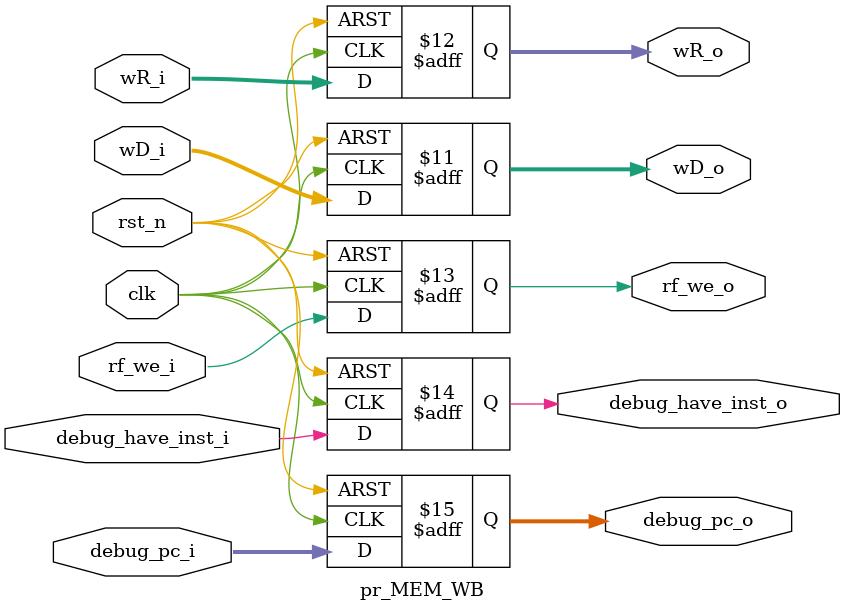
<source format=v>

module pr_MEM_WB(
    input clk,
    input rst_n,
    
    input rf_we_i,
    input [4:0] wR_i,
    input [31:0] wD_i,
    
    output reg rf_we_o,
    output reg [4:0] wR_o,
    output reg [31:0] wD_o,
    
    input      [31:0] debug_pc_i,
    output reg [31:0] debug_pc_o,
    input             debug_have_inst_i,
    output reg        debug_have_inst_o
    );
    
    always @ (posedge clk or negedge rst_n) begin
        if(!rst_n)  debug_pc_o <= 32'b0;
        else        debug_pc_o <= debug_pc_i;
    end
    
    always @ (posedge clk or negedge rst_n) begin
        if(!rst_n)  debug_have_inst_o <= 1'b0;
        else        debug_have_inst_o <= debug_have_inst_i;
    end
    
    always @ (posedge clk or negedge rst_n) begin
        if(!rst_n)      rf_we_o <= 1'b0;
        else            rf_we_o <= rf_we_i;
    end

    always @ (posedge clk or negedge rst_n) begin
        if(!rst_n)      wR_o <= 5'b0;
        else            wR_o <= wR_i;
    end

    always @ (posedge clk or negedge rst_n) begin
        if(!rst_n)      wD_o <= 32'b0;
        else            wD_o <= wD_i;
    end

endmodule

</source>
